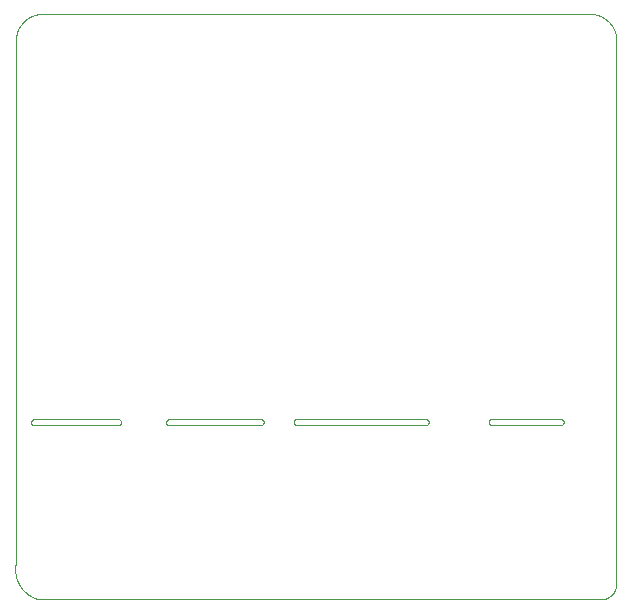
<source format=gtp>
G75*
%MOIN*%
%OFA0B0*%
%FSLAX25Y25*%
%IPPOS*%
%LPD*%
%AMOC8*
5,1,8,0,0,1.08239X$1,22.5*
%
%ADD10C,0.00100*%
D10*
X0014100Y0010000D02*
X0201600Y0010000D01*
X0201740Y0010002D01*
X0201880Y0010008D01*
X0202020Y0010018D01*
X0202160Y0010031D01*
X0202299Y0010049D01*
X0202438Y0010071D01*
X0202575Y0010096D01*
X0202713Y0010125D01*
X0202849Y0010158D01*
X0202984Y0010195D01*
X0203118Y0010236D01*
X0203251Y0010281D01*
X0203383Y0010329D01*
X0203513Y0010381D01*
X0203642Y0010436D01*
X0203769Y0010495D01*
X0203895Y0010558D01*
X0204019Y0010624D01*
X0204140Y0010693D01*
X0204260Y0010766D01*
X0204378Y0010843D01*
X0204493Y0010922D01*
X0204607Y0011005D01*
X0204717Y0011091D01*
X0204826Y0011180D01*
X0204932Y0011272D01*
X0205035Y0011367D01*
X0205136Y0011464D01*
X0205233Y0011565D01*
X0205328Y0011668D01*
X0205420Y0011774D01*
X0205509Y0011883D01*
X0205595Y0011993D01*
X0205678Y0012107D01*
X0205757Y0012222D01*
X0205834Y0012340D01*
X0205907Y0012460D01*
X0205976Y0012581D01*
X0206042Y0012705D01*
X0206105Y0012831D01*
X0206164Y0012958D01*
X0206219Y0013087D01*
X0206271Y0013217D01*
X0206319Y0013349D01*
X0206364Y0013482D01*
X0206405Y0013616D01*
X0206442Y0013751D01*
X0206475Y0013887D01*
X0206504Y0014025D01*
X0206529Y0014162D01*
X0206551Y0014301D01*
X0206569Y0014440D01*
X0206582Y0014580D01*
X0206592Y0014720D01*
X0206598Y0014860D01*
X0206600Y0015000D01*
X0206600Y0195000D01*
X0206628Y0195212D01*
X0206650Y0195424D01*
X0206668Y0195637D01*
X0206680Y0195850D01*
X0206687Y0196064D01*
X0206689Y0196277D01*
X0206686Y0196491D01*
X0206677Y0196704D01*
X0206664Y0196918D01*
X0206645Y0197130D01*
X0206621Y0197343D01*
X0206592Y0197554D01*
X0206558Y0197765D01*
X0206519Y0197975D01*
X0206475Y0198184D01*
X0206426Y0198392D01*
X0206371Y0198598D01*
X0206312Y0198804D01*
X0206248Y0199007D01*
X0206179Y0199210D01*
X0206105Y0199410D01*
X0206026Y0199608D01*
X0205943Y0199805D01*
X0205854Y0200000D01*
X0205761Y0200192D01*
X0205664Y0200382D01*
X0205562Y0200570D01*
X0205455Y0200755D01*
X0205344Y0200937D01*
X0205229Y0201117D01*
X0205109Y0201294D01*
X0204985Y0201468D01*
X0204857Y0201638D01*
X0204724Y0201806D01*
X0204588Y0201971D01*
X0204448Y0202132D01*
X0204304Y0202290D01*
X0204156Y0202444D01*
X0204005Y0202594D01*
X0203849Y0202741D01*
X0203691Y0202884D01*
X0203529Y0203023D01*
X0203363Y0203159D01*
X0203195Y0203290D01*
X0203023Y0203417D01*
X0202849Y0203540D01*
X0202671Y0203659D01*
X0202491Y0203773D01*
X0202307Y0203883D01*
X0202122Y0203988D01*
X0201933Y0204089D01*
X0201743Y0204186D01*
X0201550Y0204277D01*
X0201355Y0204364D01*
X0201158Y0204447D01*
X0200959Y0204524D01*
X0200758Y0204597D01*
X0200555Y0204665D01*
X0200351Y0204728D01*
X0200146Y0204786D01*
X0199939Y0204839D01*
X0199731Y0204887D01*
X0199521Y0204930D01*
X0199311Y0204967D01*
X0199100Y0205000D01*
X0014100Y0205000D01*
X0013886Y0204967D01*
X0013672Y0204928D01*
X0013460Y0204884D01*
X0013248Y0204836D01*
X0013038Y0204781D01*
X0012830Y0204722D01*
X0012622Y0204658D01*
X0012417Y0204588D01*
X0012213Y0204514D01*
X0012011Y0204434D01*
X0011811Y0204350D01*
X0011614Y0204261D01*
X0011418Y0204166D01*
X0011225Y0204068D01*
X0011035Y0203964D01*
X0010847Y0203856D01*
X0010661Y0203743D01*
X0010479Y0203626D01*
X0010299Y0203504D01*
X0010123Y0203378D01*
X0009949Y0203247D01*
X0009779Y0203113D01*
X0009613Y0202974D01*
X0009449Y0202831D01*
X0009290Y0202684D01*
X0009134Y0202534D01*
X0008981Y0202379D01*
X0008833Y0202221D01*
X0008688Y0202059D01*
X0008548Y0201894D01*
X0008411Y0201725D01*
X0008279Y0201553D01*
X0008151Y0201378D01*
X0008027Y0201200D01*
X0007908Y0201019D01*
X0007793Y0200835D01*
X0007683Y0200648D01*
X0007577Y0200458D01*
X0007476Y0200266D01*
X0007380Y0200072D01*
X0007289Y0199875D01*
X0007202Y0199676D01*
X0007120Y0199475D01*
X0007044Y0199272D01*
X0006972Y0199068D01*
X0006905Y0198861D01*
X0006844Y0198653D01*
X0006788Y0198444D01*
X0006736Y0198233D01*
X0006690Y0198021D01*
X0006649Y0197808D01*
X0006614Y0197594D01*
X0006583Y0197379D01*
X0006558Y0197164D01*
X0006539Y0196948D01*
X0006524Y0196731D01*
X0006515Y0196514D01*
X0006511Y0196297D01*
X0006513Y0196080D01*
X0006519Y0195864D01*
X0006532Y0195647D01*
X0006549Y0195431D01*
X0006572Y0195215D01*
X0006600Y0195000D01*
X0006600Y0022500D01*
X0006542Y0022258D01*
X0006491Y0022014D01*
X0006445Y0021769D01*
X0006405Y0021523D01*
X0006371Y0021276D01*
X0006343Y0021029D01*
X0006322Y0020781D01*
X0006306Y0020532D01*
X0006296Y0020283D01*
X0006292Y0020034D01*
X0006294Y0019785D01*
X0006302Y0019536D01*
X0006317Y0019287D01*
X0006337Y0019039D01*
X0006363Y0018791D01*
X0006395Y0018544D01*
X0006433Y0018298D01*
X0006478Y0018053D01*
X0006528Y0017809D01*
X0006583Y0017566D01*
X0006645Y0017325D01*
X0006713Y0017085D01*
X0006786Y0016847D01*
X0006865Y0016611D01*
X0006950Y0016377D01*
X0007040Y0016145D01*
X0007136Y0015915D01*
X0007238Y0015687D01*
X0007345Y0015462D01*
X0007457Y0015240D01*
X0007575Y0015020D01*
X0007698Y0014804D01*
X0007826Y0014590D01*
X0007959Y0014380D01*
X0008097Y0014173D01*
X0008241Y0013969D01*
X0008389Y0013769D01*
X0008542Y0013572D01*
X0008699Y0013379D01*
X0008862Y0013190D01*
X0009029Y0013005D01*
X0009200Y0012824D01*
X0009375Y0012648D01*
X0009555Y0012475D01*
X0009739Y0012307D01*
X0009927Y0012144D01*
X0010119Y0011985D01*
X0010314Y0011830D01*
X0010513Y0011681D01*
X0010716Y0011536D01*
X0010923Y0011396D01*
X0011132Y0011262D01*
X0011345Y0011132D01*
X0011561Y0011008D01*
X0011779Y0010889D01*
X0012001Y0010775D01*
X0012225Y0010666D01*
X0012452Y0010563D01*
X0012681Y0010466D01*
X0012913Y0010374D01*
X0013146Y0010288D01*
X0013382Y0010207D01*
X0013620Y0010132D01*
X0013859Y0010063D01*
X0014100Y0010000D01*
X0012600Y0068000D02*
X0040600Y0068000D01*
X0040660Y0068002D01*
X0040721Y0068007D01*
X0040780Y0068016D01*
X0040839Y0068029D01*
X0040898Y0068045D01*
X0040955Y0068065D01*
X0041010Y0068088D01*
X0041065Y0068115D01*
X0041117Y0068144D01*
X0041168Y0068177D01*
X0041217Y0068213D01*
X0041263Y0068251D01*
X0041307Y0068293D01*
X0041349Y0068337D01*
X0041387Y0068383D01*
X0041423Y0068432D01*
X0041456Y0068483D01*
X0041485Y0068535D01*
X0041512Y0068590D01*
X0041535Y0068645D01*
X0041555Y0068702D01*
X0041571Y0068761D01*
X0041584Y0068820D01*
X0041593Y0068879D01*
X0041598Y0068940D01*
X0041600Y0069000D01*
X0041598Y0069060D01*
X0041593Y0069121D01*
X0041584Y0069180D01*
X0041571Y0069239D01*
X0041555Y0069298D01*
X0041535Y0069355D01*
X0041512Y0069410D01*
X0041485Y0069465D01*
X0041456Y0069517D01*
X0041423Y0069568D01*
X0041387Y0069617D01*
X0041349Y0069663D01*
X0041307Y0069707D01*
X0041263Y0069749D01*
X0041217Y0069787D01*
X0041168Y0069823D01*
X0041117Y0069856D01*
X0041065Y0069885D01*
X0041010Y0069912D01*
X0040955Y0069935D01*
X0040898Y0069955D01*
X0040839Y0069971D01*
X0040780Y0069984D01*
X0040721Y0069993D01*
X0040660Y0069998D01*
X0040600Y0070000D01*
X0012600Y0070000D01*
X0011600Y0069000D02*
X0011602Y0068940D01*
X0011607Y0068879D01*
X0011616Y0068820D01*
X0011629Y0068761D01*
X0011645Y0068702D01*
X0011665Y0068645D01*
X0011688Y0068590D01*
X0011715Y0068535D01*
X0011744Y0068483D01*
X0011777Y0068432D01*
X0011813Y0068383D01*
X0011851Y0068337D01*
X0011893Y0068293D01*
X0011937Y0068251D01*
X0011983Y0068213D01*
X0012032Y0068177D01*
X0012083Y0068144D01*
X0012135Y0068115D01*
X0012190Y0068088D01*
X0012245Y0068065D01*
X0012302Y0068045D01*
X0012361Y0068029D01*
X0012420Y0068016D01*
X0012479Y0068007D01*
X0012540Y0068002D01*
X0012600Y0068000D01*
X0011600Y0069000D02*
X0011602Y0069060D01*
X0011607Y0069121D01*
X0011616Y0069180D01*
X0011629Y0069239D01*
X0011645Y0069298D01*
X0011665Y0069355D01*
X0011688Y0069410D01*
X0011715Y0069465D01*
X0011744Y0069517D01*
X0011777Y0069568D01*
X0011813Y0069617D01*
X0011851Y0069663D01*
X0011893Y0069707D01*
X0011937Y0069749D01*
X0011983Y0069787D01*
X0012032Y0069823D01*
X0012083Y0069856D01*
X0012135Y0069885D01*
X0012190Y0069912D01*
X0012245Y0069935D01*
X0012302Y0069955D01*
X0012361Y0069971D01*
X0012420Y0069984D01*
X0012479Y0069993D01*
X0012540Y0069998D01*
X0012600Y0070000D01*
X0057600Y0070000D02*
X0088100Y0070000D01*
X0089100Y0069000D02*
X0089098Y0068940D01*
X0089093Y0068879D01*
X0089084Y0068820D01*
X0089071Y0068761D01*
X0089055Y0068702D01*
X0089035Y0068645D01*
X0089012Y0068590D01*
X0088985Y0068535D01*
X0088956Y0068483D01*
X0088923Y0068432D01*
X0088887Y0068383D01*
X0088849Y0068337D01*
X0088807Y0068293D01*
X0088763Y0068251D01*
X0088717Y0068213D01*
X0088668Y0068177D01*
X0088617Y0068144D01*
X0088565Y0068115D01*
X0088510Y0068088D01*
X0088455Y0068065D01*
X0088398Y0068045D01*
X0088339Y0068029D01*
X0088280Y0068016D01*
X0088221Y0068007D01*
X0088160Y0068002D01*
X0088100Y0068000D01*
X0057600Y0068000D01*
X0057540Y0068002D01*
X0057479Y0068007D01*
X0057420Y0068016D01*
X0057361Y0068029D01*
X0057302Y0068045D01*
X0057245Y0068065D01*
X0057190Y0068088D01*
X0057135Y0068115D01*
X0057083Y0068144D01*
X0057032Y0068177D01*
X0056983Y0068213D01*
X0056937Y0068251D01*
X0056893Y0068293D01*
X0056851Y0068337D01*
X0056813Y0068383D01*
X0056777Y0068432D01*
X0056744Y0068483D01*
X0056715Y0068535D01*
X0056688Y0068590D01*
X0056665Y0068645D01*
X0056645Y0068702D01*
X0056629Y0068761D01*
X0056616Y0068820D01*
X0056607Y0068879D01*
X0056602Y0068940D01*
X0056600Y0069000D01*
X0056602Y0069060D01*
X0056607Y0069121D01*
X0056616Y0069180D01*
X0056629Y0069239D01*
X0056645Y0069298D01*
X0056665Y0069355D01*
X0056688Y0069410D01*
X0056715Y0069465D01*
X0056744Y0069517D01*
X0056777Y0069568D01*
X0056813Y0069617D01*
X0056851Y0069663D01*
X0056893Y0069707D01*
X0056937Y0069749D01*
X0056983Y0069787D01*
X0057032Y0069823D01*
X0057083Y0069856D01*
X0057135Y0069885D01*
X0057190Y0069912D01*
X0057245Y0069935D01*
X0057302Y0069955D01*
X0057361Y0069971D01*
X0057420Y0069984D01*
X0057479Y0069993D01*
X0057540Y0069998D01*
X0057600Y0070000D01*
X0088100Y0070000D02*
X0088160Y0069998D01*
X0088221Y0069993D01*
X0088280Y0069984D01*
X0088339Y0069971D01*
X0088398Y0069955D01*
X0088455Y0069935D01*
X0088510Y0069912D01*
X0088565Y0069885D01*
X0088617Y0069856D01*
X0088668Y0069823D01*
X0088717Y0069787D01*
X0088763Y0069749D01*
X0088807Y0069707D01*
X0088849Y0069663D01*
X0088887Y0069617D01*
X0088923Y0069568D01*
X0088956Y0069517D01*
X0088985Y0069465D01*
X0089012Y0069410D01*
X0089035Y0069355D01*
X0089055Y0069298D01*
X0089071Y0069239D01*
X0089084Y0069180D01*
X0089093Y0069121D01*
X0089098Y0069060D01*
X0089100Y0069000D01*
X0099100Y0069000D02*
X0099102Y0068940D01*
X0099107Y0068879D01*
X0099116Y0068820D01*
X0099129Y0068761D01*
X0099145Y0068702D01*
X0099165Y0068645D01*
X0099188Y0068590D01*
X0099215Y0068535D01*
X0099244Y0068483D01*
X0099277Y0068432D01*
X0099313Y0068383D01*
X0099351Y0068337D01*
X0099393Y0068293D01*
X0099437Y0068251D01*
X0099483Y0068213D01*
X0099532Y0068177D01*
X0099583Y0068144D01*
X0099635Y0068115D01*
X0099690Y0068088D01*
X0099745Y0068065D01*
X0099802Y0068045D01*
X0099861Y0068029D01*
X0099920Y0068016D01*
X0099979Y0068007D01*
X0100040Y0068002D01*
X0100100Y0068000D01*
X0143100Y0068000D01*
X0143160Y0068002D01*
X0143221Y0068007D01*
X0143280Y0068016D01*
X0143339Y0068029D01*
X0143398Y0068045D01*
X0143455Y0068065D01*
X0143510Y0068088D01*
X0143565Y0068115D01*
X0143617Y0068144D01*
X0143668Y0068177D01*
X0143717Y0068213D01*
X0143763Y0068251D01*
X0143807Y0068293D01*
X0143849Y0068337D01*
X0143887Y0068383D01*
X0143923Y0068432D01*
X0143956Y0068483D01*
X0143985Y0068535D01*
X0144012Y0068590D01*
X0144035Y0068645D01*
X0144055Y0068702D01*
X0144071Y0068761D01*
X0144084Y0068820D01*
X0144093Y0068879D01*
X0144098Y0068940D01*
X0144100Y0069000D01*
X0144098Y0069060D01*
X0144093Y0069121D01*
X0144084Y0069180D01*
X0144071Y0069239D01*
X0144055Y0069298D01*
X0144035Y0069355D01*
X0144012Y0069410D01*
X0143985Y0069465D01*
X0143956Y0069517D01*
X0143923Y0069568D01*
X0143887Y0069617D01*
X0143849Y0069663D01*
X0143807Y0069707D01*
X0143763Y0069749D01*
X0143717Y0069787D01*
X0143668Y0069823D01*
X0143617Y0069856D01*
X0143565Y0069885D01*
X0143510Y0069912D01*
X0143455Y0069935D01*
X0143398Y0069955D01*
X0143339Y0069971D01*
X0143280Y0069984D01*
X0143221Y0069993D01*
X0143160Y0069998D01*
X0143100Y0070000D01*
X0100100Y0070000D01*
X0100040Y0069998D01*
X0099979Y0069993D01*
X0099920Y0069984D01*
X0099861Y0069971D01*
X0099802Y0069955D01*
X0099745Y0069935D01*
X0099690Y0069912D01*
X0099635Y0069885D01*
X0099583Y0069856D01*
X0099532Y0069823D01*
X0099483Y0069787D01*
X0099437Y0069749D01*
X0099393Y0069707D01*
X0099351Y0069663D01*
X0099313Y0069617D01*
X0099277Y0069568D01*
X0099244Y0069517D01*
X0099215Y0069465D01*
X0099188Y0069410D01*
X0099165Y0069355D01*
X0099145Y0069298D01*
X0099129Y0069239D01*
X0099116Y0069180D01*
X0099107Y0069121D01*
X0099102Y0069060D01*
X0099100Y0069000D01*
X0164100Y0069000D02*
X0164102Y0068940D01*
X0164107Y0068879D01*
X0164116Y0068820D01*
X0164129Y0068761D01*
X0164145Y0068702D01*
X0164165Y0068645D01*
X0164188Y0068590D01*
X0164215Y0068535D01*
X0164244Y0068483D01*
X0164277Y0068432D01*
X0164313Y0068383D01*
X0164351Y0068337D01*
X0164393Y0068293D01*
X0164437Y0068251D01*
X0164483Y0068213D01*
X0164532Y0068177D01*
X0164583Y0068144D01*
X0164635Y0068115D01*
X0164690Y0068088D01*
X0164745Y0068065D01*
X0164802Y0068045D01*
X0164861Y0068029D01*
X0164920Y0068016D01*
X0164979Y0068007D01*
X0165040Y0068002D01*
X0165100Y0068000D01*
X0188100Y0068000D01*
X0188160Y0068002D01*
X0188221Y0068007D01*
X0188280Y0068016D01*
X0188339Y0068029D01*
X0188398Y0068045D01*
X0188455Y0068065D01*
X0188510Y0068088D01*
X0188565Y0068115D01*
X0188617Y0068144D01*
X0188668Y0068177D01*
X0188717Y0068213D01*
X0188763Y0068251D01*
X0188807Y0068293D01*
X0188849Y0068337D01*
X0188887Y0068383D01*
X0188923Y0068432D01*
X0188956Y0068483D01*
X0188985Y0068535D01*
X0189012Y0068590D01*
X0189035Y0068645D01*
X0189055Y0068702D01*
X0189071Y0068761D01*
X0189084Y0068820D01*
X0189093Y0068879D01*
X0189098Y0068940D01*
X0189100Y0069000D01*
X0189098Y0069060D01*
X0189093Y0069121D01*
X0189084Y0069180D01*
X0189071Y0069239D01*
X0189055Y0069298D01*
X0189035Y0069355D01*
X0189012Y0069410D01*
X0188985Y0069465D01*
X0188956Y0069517D01*
X0188923Y0069568D01*
X0188887Y0069617D01*
X0188849Y0069663D01*
X0188807Y0069707D01*
X0188763Y0069749D01*
X0188717Y0069787D01*
X0188668Y0069823D01*
X0188617Y0069856D01*
X0188565Y0069885D01*
X0188510Y0069912D01*
X0188455Y0069935D01*
X0188398Y0069955D01*
X0188339Y0069971D01*
X0188280Y0069984D01*
X0188221Y0069993D01*
X0188160Y0069998D01*
X0188100Y0070000D01*
X0165100Y0070000D01*
X0165040Y0069998D01*
X0164979Y0069993D01*
X0164920Y0069984D01*
X0164861Y0069971D01*
X0164802Y0069955D01*
X0164745Y0069935D01*
X0164690Y0069912D01*
X0164635Y0069885D01*
X0164583Y0069856D01*
X0164532Y0069823D01*
X0164483Y0069787D01*
X0164437Y0069749D01*
X0164393Y0069707D01*
X0164351Y0069663D01*
X0164313Y0069617D01*
X0164277Y0069568D01*
X0164244Y0069517D01*
X0164215Y0069465D01*
X0164188Y0069410D01*
X0164165Y0069355D01*
X0164145Y0069298D01*
X0164129Y0069239D01*
X0164116Y0069180D01*
X0164107Y0069121D01*
X0164102Y0069060D01*
X0164100Y0069000D01*
M02*

</source>
